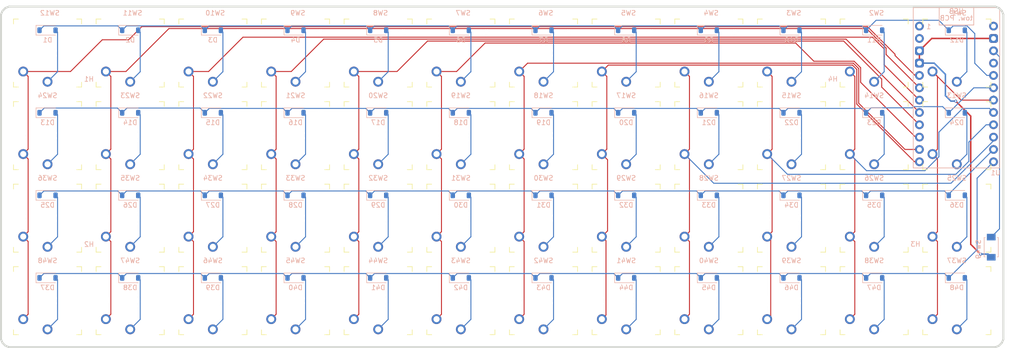
<source format=kicad_pcb>
(kicad_pcb (version 20241229) (generator "pcbnew") (generator_version "9.0")
  (layers (0 "F.Cu" signal) (2 "B.Cu" signal) (13 "F.Paste" user) (15 "B.Paste" user) (5 "F.SilkS" user "F.Silkscreen") (7 "B.SilkS" user "B.Silkscreen") (1 "F.Mask" user) (3 "B.Mask" user) (25 "Edge.Cuts" user))
  (net 0 "")
  (net 1 "Net-(D1-A)")
  (net 2 "row0")
  (net 3 "Net-(D2-A)")
  (net 4 "Net-(D3-A)")
  (net 5 "Net-(D4-A)")
  (net 6 "Net-(D5-A)")
  (net 7 "Net-(D6-A)")
  (net 8 "Net-(D7-A)")
  (net 9 "row1")
  (net 10 "Net-(D8-A)")
  (net 11 "Net-(D9-A)")
  (net 12 "Net-(D10-A)")
  (net 13 "Net-(D11-A)")
  (net 14 "Net-(D12-A)")
  (net 15 "row2")
  (net 16 "Net-(D13-A)")
  (net 17 "Net-(D14-A)")
  (net 18 "row3")
  (net 19 "Net-(D15-A)")
  (net 20 "Net-(D16-A)")
  (net 21 "Net-(D17-A)")
  (net 22 "Net-(D18-A)")
  (net 23 "Net-(D19-A)")
  (net 24 "Net-(D20-A)")
  (net 25 "Net-(D21-A)")
  (net 26 "Net-(D22-A)")
  (net 27 "Net-(D23-A)")
  (net 28 "Net-(D24-A)")
  (net 29 "col0")
  (net 30 "col1")
  (net 31 "col2")
  (net 32 "col3")
  (net 33 "col4")
  (net 34 "col5")
  (net 35 "Net-(D25-A)")
  (net 36 "Net-(D26-A)")
  (net 37 "Net-(D27-A)")
  (net 38 "Net-(D28-A)")
  (net 39 "Net-(D29-A)")
  (net 40 "Net-(D30-A)")
  (net 41 "Net-(D31-A)")
  (net 42 "Net-(D32-A)")
  (net 43 "Net-(D33-A)")
  (net 44 "Net-(D34-A)")
  (net 45 "Net-(D35-A)")
  (net 46 "Net-(D36-A)")
  (net 47 "Net-(D37-A)")
  (net 48 "Net-(D38-A)")
  (net 49 "Net-(D39-A)")
  (net 50 "Net-(D40-A)")
  (net 51 "Net-(D41-A)")
  (net 52 "Net-(D42-A)")
  (net 53 "Net-(D43-A)")
  (net 54 "Net-(D44-A)")
  (net 55 "Net-(D45-A)")
  (net 56 "Net-(D46-A)")
  (net 57 "Net-(D47-A)")
  (net 58 "Net-(D48-A)")
  (net 59 "col6")
  (net 60 "col7")
  (net 61 "col8")
  (net 62 "col9")
  (net 63 "col10")
  (net 64 "col11")
  (net 68 "Net-(SW49-A)")
  (net 70 "GND")
  (footprint "keyswitches:SW_PG1350" (layer "F.Cu") (at 153 51)
    (property "Reference" "SW20")
    (property "Value" "SW_SPST")
  )
  (footprint "MountingHole:MountingHole_2.2mm_M2" (layer "F.Cu") (at 212.5 76.5)
    (property "Reference" "H3")
    (property "Value" "MountingHole")
  )
  (footprint "keyswitches:SW_PG1350" (layer "F.Cu") (at 153 68)
    (property "Reference" "SW32")
    (property "Value" "SW_SPST")
  )
  (footprint "keyswitches:SW_PG1350" (layer "F.Cu") (at 204 34)
    (property "Reference" "SW11")
    (property "Value" "SW_SPST")
  )
  (footprint "keyswitches:SW_PG1350" (layer "F.Cu") (at 68 85)
    (property "Reference" "SW39")
    (property "Value" "SW_SPST")
  )
  (footprint "keyswitches:SW_PG1350" (layer "F.Cu") (at 119 34)
    (property "Reference" "SW6")
    (property "Value" "SW_SPST")
  )
  (footprint "keyswitches:SW_PG1350" (layer "F.Cu") (at 136 68)
    (property "Reference" "SW31")
    (property "Value" "SW_SPST")
  )
  (footprint "MountingHole:MountingHole_2.2mm_M2" (layer "F.Cu") (at 195.5 42.5)
    (property "Reference" "H4")
    (property "Value" "MountingHole")
  )
  (footprint "keyswitches:SW_PG1350" (layer "F.Cu") (at 51 68)
    (property "Reference" "SW26")
    (property "Value" "SW_SPST")
  )
  (footprint "keyswitches:SW_PG1350" (layer "F.Cu") (at 170 68)
    (property "Reference" "SW33")
    (property "Value" "SW_SPST")
  )
  (footprint "keyswitches:SW_PG1350" (layer "F.Cu") (at 153 85)
    (property "Reference" "SW44")
    (property "Value" "SW_SPST")
  )
  (footprint "keyswitches:SW_PG1350" (layer "F.Cu") (at 187 68)
    (property "Reference" "SW34")
    (property "Value" "SW_SPST")
  )
  (footprint "keyswitches:SW_PG1350" (layer "F.Cu") (at 119 51)
    (property "Reference" "SW18")
    (property "Value" "SW_SPST")
  )
  (footprint "keyswitches:SW_PG1350" (layer "F.Cu") (at 204 68)
    (property "Reference" "SW35")
    (property "Value" "SW_SPST")
  )
  (footprint "keyswitches:SW_PG1350" (layer "F.Cu") (at 102 51)
    (property "Reference" "SW17")
    (property "Value" "SW_SPST")
  )
  (footprint "keyswitches:SW_PG1350" (layer "F.Cu") (at 170 85)
    (property "Reference" "SW45")
    (property "Value" "SW_SPST")
  )
  (footprint "keyswitches:SW_PG1350" (layer "F.Cu") (at 221 51)
    (property "Reference" "SW24")
    (property "Value" "SW_SPST")
  )
  (footprint "keyswitches:SW_PG1350" (layer "F.Cu") (at 221 68)
    (property "Reference" "SW36")
    (property "Value" "SW_SPST")
  )
  (footprint "keyswitches:SW_PG1350" (layer "F.Cu") (at 187 51)
    (property "Reference" "SW22")
    (property "Value" "SW_SPST")
  )
  (footprint "keyswitches:SW_PG1350" (layer "F.Cu") (at 170 51)
    (property "Reference" "SW21")
    (property "Value" "SW_SPST")
  )
  (footprint "keyswitches:SW_PG1350" (layer "F.Cu") (at 85 85)
    (property "Reference" "SW40")
    (property "Value" "SW_SPST")
  )
  (footprint "keyswitches:SW_PG1350" (layer "F.Cu") (at 170 34)
    (property "Reference" "SW9")
    (property "Value" "SW_SPST")
  )
  (footprint "keyswitches:SW_PG1350" (layer "F.Cu") (at 221 85)
    (property "Reference" "SW48")
    (property "Value" "SW_SPST")
  )
  (footprint "MountingHole:MountingHole_2.2mm_M2" (layer "F.Cu") (at 42.5375 76.5375)
    (property "Reference" "H2")
    (property "Value" "MountingHole")
  )
  (footprint "keyswitches:SW_PG1350" (layer "F.Cu") (at 85 68)
    (property "Reference" "SW28")
    (property "Value" "SW_SPST")
  )
  (footprint "keyswitches:SW_PG1350" (layer "F.Cu") (at 68 68)
    (property "Reference" "SW27")
    (property "Value" "SW_SPST")
  )
  (footprint "keyswitches:SW_PG1350" (layer "F.Cu") (at 204 51)
    (property "Reference" "SW23")
    (property "Value" "SW_SPST")
  )
  (footprint "keyswitches:SW_PG1350" (layer "F.Cu") (at 51 85)
    (property "Reference" "SW38")
    (property "Value" "SW_SPST")
  )
  (footprint "keyswitches:SW_PG1350" (layer "F.Cu") (at 136 85)
    (property "Reference" "SW43")
    (property "Value" "SW_SPST")
  )
  (footprint "keyswitches:SW_PG1350" (layer "F.Cu") (at 119 85)
    (property "Reference" "SW42")
    (property "Value" "SW_SPST")
  )
  (footprint "keyswitches:SW_PG1350" (layer "F.Cu") (at 34 34)
    (property "Reference" "SW1")
    (property "Value" "SW_SPST")
  )
  (footprint "keyswitches:SW_PG1350" (layer "F.Cu") (at 34 51)
    (property "Reference" "SW13")
    (property "Value" "SW_SPST")
  )
  (footprint "MountingHole:MountingHole_2.2mm_M2" (layer "F.Cu") (at 42.5125 42.5125)
    (property "Reference" "H1")
    (property "Value" "MountingHole")
  )
  (footprint "keyswitches:SW_PG1350" (layer "F.Cu") (at 153 34)
    (property "Reference" "SW8")
    (property "Value" "SW_SPST")
  )
  (footprint "keyswitches:SW_PG1350" (layer "F.Cu") (at 85 34)
    (property "Reference" "SW4")
    (property "Value" "SW_SPST")
  )
  (footprint "keyswitches:SW_PG1350" (layer "F.Cu") (at 102 85)
    (property "Reference" "SW41")
    (property "Value" "SW_SPST")
  )
  (footprint "keyswitches:SW_PG1350" (layer "F.Cu") (at 51 51)
    (property "Reference" "SW14")
    (property "Value" "SW_SPST")
  )
  (footprint "keyswitches:SW_PG1350" (layer "F.Cu") (at 68 51)
    (property "Reference" "SW15")
    (property "Value" "SW_SPST")
  )
  (footprint "keyswitches:SW_PG1350" (layer "F.Cu") (at 102 68)
    (property "Reference" "SW29")
    (property "Value" "SW_SPST")
  )
  (footprint "keyswitches:SW_PG1350" (layer "F.Cu") (at 221 34)
    (property "Reference" "SW12")
    (property "Value" "SW_SPST")
  )
  (footprint "keyswitches:SW_PG1350" (layer "F.Cu") (at 136 51)
    (property "Reference" "SW19")
    (property "Value" "SW_SPST")
  )
  (footprint "keyswitches:SW_PG1350" (layer "F.Cu") (at 34 85)
    (property "Reference" "SW37")
    (property "Value" "SW_SPST")
  )
  (footprint "keyswitches:SW_PG1350" (layer "F.Cu") (at 51 34)
    (property "Reference" "SW2")
    (property "Value" "SW_SPST")
  )
  (footprint "keyswitches:SW_PG1350" (layer "F.Cu") (at 119 68)
    (property "Reference" "SW30")
    (property "Value" "SW_SPST")
  )
  (footprint "keyswitches:SW_PG1350" (layer "F.Cu") (at 204 85)
    (property "Reference" "SW47")
    (property "Value" "SW_SPST")
  )
  (footprint "keyswitches:SW_PG1350" (layer "F.Cu") (at 102 34)
    (property "Reference" "SW5")
    (property "Value" "SW_SPST")
  )
  (footprint "keyswitches:SW_PG1350" (layer "F.Cu") (at 187 34)
    (property "Reference" "SW10")
    (property "Value" "SW_SPST")
  )
  (footprint "keyswitches:SW_PG1350" (layer "F.Cu") (at 34 68)
    (property "Reference" "SW25")
    (property "Value" "SW_SPST")
  )
  (footprint "keyswitches:SW_PG1350" (layer "F.Cu") (at 85 51)
    (property "Reference" "SW16")
    (property "Value" "SW_SPST")
  )
  (footprint "keyswitches:SW_PG1350" (layer "F.Cu") (at 68 34)
    (property "Reference" "SW3")
    (property "Value" "SW_SPST")
  )
  (footprint "keyswitches:SW_PG1350" (layer "F.Cu") (at 136 34)
    (property "Reference" "SW7")
    (property "Value" "SW_SPST")
  )
  (footprint "keyswitches:SW_PG1350" (layer "F.Cu") (at 187 85)
    (property "Reference" "SW46")
    (property "Value" "SW_SPST")
  )
  (footprint "Diode_SMD:D_SOD-123" (layer "B.Cu") (at 85 80.3)
    (property "Reference" "D40")
    (property "Value" "1N4148")
  )
  (footprint "Diode_SMD:D_SOD-123" (layer "B.Cu") (at 136 46.3)
    (property "Reference" "D19")
    (property "Value" "1N4148")
  )
  (footprint "Diode_SMD:D_SOD-123" (layer "B.Cu") (at 51 46.3)
    (property "Reference" "D14")
    (property "Value" "1N4148")
  )
  (footprint "Diode_SMD:D_SOD-123" (layer "B.Cu") (at 136 29.3)
    (property "Reference" "D7")
    (property "Value" "1N4148")
  )
  (footprint "Diode_SMD:D_SOD-123" (layer "B.Cu") (at 119 29.3)
    (property "Reference" "D6")
    (property "Value" "1N4148")
  )
  (footprint "Diode_SMD:D_SOD-123" (layer "B.Cu") (at 204 29.3)
    (property "Reference" "D11")
    (property "Value" "1N4148")
  )
  (footprint "Diode_SMD:D_SOD-123" (layer "B.Cu") (at 170 80.3)
    (property "Reference" "D45")
    (property "Value" "1N4148")
  )
  (footprint "Diode_SMD:D_SOD-123" (layer "B.Cu") (at 187 80.3)
    (property "Reference" "D46")
    (property "Value" "1N4148")
  )
  (footprint "Diode_SMD:D_SOD-123" (layer "B.Cu") (at 119 46.3)
    (property "Reference" "D18")
    (property "Value" "1N4148")
  )
  (footprint "Diode_SMD:D_SOD-123" (layer "B.Cu") (at 51 80.3)
    (property "Reference" "D38")
    (property "Value" "1N4148")
  )
  (footprint "PCM_marbastlib-xp-promicroish:SuperMini_nRF52840_H_USBdn" (layer "B.Cu") (at 220.93 42.42 180)
    (property "Reference" "U1")
    (property "Value" "SuperMini nRF52840")
  )
  (footprint "Diode_SMD:D_SOD-123" (layer "B.Cu") (at 221 29.3)
    (property "Reference" "D12")
    (property "Value" "1N4148")
  )
  (footprint "Diode_SMD:D_SOD-123" (layer "B.Cu") (at 204 46.3)
    (property "Reference" "D23")
    (property "Value" "1N4148")
  )
  (footprint "TS-1088-AR02016:SW_TS-1088-AR02016" (layer "B.Cu") (at 228.075 73.975 -90)
    (property "Reference" "SW49")
    (property "Value" "SW_SPST")
  )
  (footprint "Diode_SMD:D_SOD-123" (layer "B.Cu") (at 187 29.3)
    (property "Reference" "D10")
    (property "Value" "1N4148")
  )
  (footprint "Diode_SMD:D_SOD-123" (layer "B.Cu") (at 221 46.3)
    (property "Reference" "D24")
    (property "Value" "1N4148")
  )
  (footprint "Diode_SMD:D_SOD-123" (layer "B.Cu") (at 136 80.3)
    (property "Reference" "D43")
    (property "Value" "1N4148")
  )
  (footprint "Diode_SMD:D_SOD-123" (layer "B.Cu") (at 221 80.3)
    (property "Reference" "D48")
    (property "Value" "1N4148")
  )
  (footprint "Diode_SMD:D_SOD-123" (layer "B.Cu") (at 153 63.3)
    (property "Reference" "D32")
    (property "Value" "1N4148")
  )
  (footprint "Diode_SMD:D_SOD-123" (layer "B.Cu") (at 221 63.3)
    (property "Reference" "D36")
    (property "Value" "1N4148")
  )
  (footprint "Diode_SMD:D_SOD-123" (layer "B.Cu") (at 204 80.3)
    (property "Reference" "D47")
    (property "Value" "1N4148")
  )
  (footprint "Diode_SMD:D_SOD-123" (layer "B.Cu") (at 51 29.3)
    (property "Reference" "D2")
    (property "Value" "1N4148")
  )
  (footprint "Diode_SMD:D_SOD-123" (layer "B.Cu") (at 102 80.3)
    (property "Reference" "D41")
    (property "Value" "1N4148")
  )
  (footprint "Diode_SMD:D_SOD-123" (layer "B.Cu") (at 187 46.3)
    (property "Reference" "D22")
    (property "Value" "1N4148")
  )
  (footprint "Diode_SMD:D_SOD-123" (layer "B.Cu") (at 68 46.3)
    (property "Reference" "D15")
    (property "Value" "1N4148")
  )
  (footprint "Diode_SMD:D_SOD-123" (layer "B.Cu") (at 68 29.3)
    (property "Reference" "D3")
    (property "Value" "1N4148")
  )
  (footprint "Diode_SMD:D_SOD-123" (layer "B.Cu") (at 34 46.3)
    (property "Reference" "D13")
    (property "Value" "1N4148")
  )
  (footprint "Diode_SMD:D_SOD-123" (layer "B.Cu") (at 153 46.3)
    (property "Reference" "D20")
    (property "Value" "1N4148")
  )
  (footprint "Diode_SMD:D_SOD-123" (layer "B.Cu") (at 34 29.3)
    (property "Reference" "D1")
    (property "Value" "1N4148")
  )
  (footprint "Diode_SMD:D_SOD-123" (layer "B.Cu") (at 102 63.3)
    (property "Reference" "D29")
    (property "Value" "1N4148")
  )
  (footprint "Diode_SMD:D_SOD-123" (layer "B.Cu") (at 102 46.3)
    (property "Reference" "D17")
    (property "Value" "1N4148")
  )
  (footprint "Diode_SMD:D_SOD-123" (layer "B.Cu") (at 85 46.3)
    (property "Reference" "D16")
    (property "Value" "1N4148")
  )
  (footprint "Diode_SMD:D_SOD-123" (layer "B.Cu") (at 153 80.3)
    (property "Reference" "D44")
    (property "Value" "1N4148")
  )
  (footprint "Diode_SMD:D_SOD-123" (layer "B.Cu") (at 170 29.3)
    (property "Reference" "D9")
    (property "Value" "1N4148")
  )
  (footprint "Diode_SMD:D_SOD-123" (layer "B.Cu") (at 34 80.3)
    (property "Reference" "D37")
    (property "Value" "1N4148")
  )
  (footprint "Diode_SMD:D_SOD-123" (layer "B.Cu") (at 34 63.3)
    (property "Reference" "D25")
    (property "Value" "1N4148")
  )
  (footprint "Diode_SMD:D_SOD-123" (layer "B.Cu") (at 85 29.3)
    (property "Reference" "D4")
    (property "Value" "1N4148")
  )
  (footprint "Diode_SMD:D_SOD-123" (layer "B.Cu") (at 136 63.3)
    (property "Reference" "D31")
    (property "Value" "1N4148")
  )
  (footprint "Diode_SMD:D_SOD-123" (layer "B.Cu") (at 170 63.3)
    (property "Reference" "D33")
    (property "Value" "1N4148")
  )
  (footprint "Diode_SMD:D_SOD-123" (layer "B.Cu") (at 51 63.3)
    (property "Reference" "D26")
    (property "Value" "1N4148")
  )
  (footprint "Diode_SMD:D_SOD-123" (layer "B.Cu") (at 153 29.3)
    (property "Reference" "D8")
    (property "Value" "1N4148")
  )
  (footprint "Diode_SMD:D_SOD-123" (layer "B.Cu") (at 119 80.3)
    (property "Reference" "D42")
    (property "Value" "1N4148")
  )
  (footprint "Diode_SMD:D_SOD-123" (layer "B.Cu") (at 68 63.3)
    (property "Reference" "D27")
    (property "Value" "1N4148")
  )
  (footprint "Diode_SMD:D_SOD-123" (layer "B.Cu") (at 204 63.3)
    (property "Reference" "D35")
    (property "Value" "1N4148")
  )
  (footprint "Diode_SMD:D_SOD-123" (layer "B.Cu") (at 85 63.3)
    (property "Reference" "D28")
    (property "Value" "1N4148")
  )
  (footprint "Diode_SMD:D_SOD-123" (layer "B.Cu") (at 68 80.3)
    (property "Reference" "D39")
    (property "Value" "1N4148")
  )
  (footprint "Diode_SMD:D_SOD-123" (layer "B.Cu") (at 119 63.3)
    (property "Reference" "D30")
    (property "Value" "1N4148")
  )
  (footprint "Diode_SMD:D_SOD-123" (layer "B.Cu") (at 102 29.3)
    (property "Reference" "D5")
    (property "Value" "1N4148")
  )
  (footprint "Diode_SMD:D_SOD-123" (layer "B.Cu") (at 170 46.3)
    (property "Reference" "D21")
    (property "Value" "1N4148")
  )
  (footprint "Diode_SMD:D_SOD-123" (layer "B.Cu") (at 187 63.3)
    (property "Reference" "D34")
    (property "Value" "1N4148")
  )
  (gr_line (start 25.336025 94.270518) (end 24.729482 93.663975) (stroke (width 0.4)) (layer "Edge.Cuts"))
  (gr_line (start 229.663975 94.270518) (end 228.928891 94.575) (stroke (width 0.4)) (layer "Edge.Cuts"))
  (gr_line (start 26.071109 24.425) (end 228.928891 24.425) (stroke (width 0.4)) (layer "Edge.Cuts"))
  (gr_line (start 230.575 26.071109) (end 230.575 92.928891) (stroke (width 0.4)) (layer "Edge.Cuts"))
  (gr_line (start 230.270518 93.663975) (end 229.663975 94.270518) (stroke (width 0.4)) (layer "Edge.Cuts"))
  (gr_line (start 229.663975 24.729482) (end 230.270518 25.336025) (stroke (width 0.4)) (layer "Edge.Cuts"))
  (gr_line (start 230.575 92.928891) (end 230.270518 93.663975) (stroke (width 0.4)) (layer "Edge.Cuts"))
  (gr_line (start 228.928891 24.425) (end 229.663975 24.729482) (stroke (width 0.4)) (layer "Edge.Cuts"))
  (gr_line (start 24.729482 25.336025) (end 25.336025 24.729482) (stroke (width 0.4)) (layer "Edge.Cuts"))
  (gr_line (start 228.928891 94.575) (end 26.071109 94.575) (stroke (width 0.4)) (layer "Edge.Cuts"))
  (gr_line (start 24.425 92.928891) (end 24.425 26.071109) (stroke (width 0.4)) (layer "Edge.Cuts"))
  (gr_line (start 230.270518 25.336025) (end 230.575 26.071109) (stroke (width 0.4)) (layer "Edge.Cuts"))
  (gr_line (start 24.425 26.071109) (end 24.729482 25.336025) (stroke (width 0.4)) (layer "Edge.Cuts"))
  (gr_line (start 25.336025 24.729482) (end 26.071109 24.425) (stroke (width 0.4)) (layer "Edge.Cuts"))
  (gr_line (start 26.071109 94.575) (end 25.336025 94.270518) (stroke (width 0.4)) (layer "Edge.Cuts"))
  (gr_line (start 24.729482 93.663975) (end 24.425 92.928891) (stroke (width 0.4)) (layer "Edge.Cuts"))
  (segment (start 36.0655 29.7155) (end 35.65 29.3) (width 0.2) (layer "B.Cu") (net 1))
  (segment (start 36.0655 37.8345) (end 36.0655 29.7155) (width 0.2) (layer "B.Cu") (net 1))
  (segment (start 34 39.9) (end 36.0655 37.8345) (width 0.2) (layer "B.Cu") (net 1))
  (segment (start 65.449 28.399) (end 50.251 28.399) (width 0.2) (layer "B.Cu") (net 2))
  (segment (start 202.35 29.3) (end 204.401 27.249) (width 0.2) (layer "B.Cu") (net 2))
  (segment (start 48.449 28.399) (end 33.251 28.399) (width 0.2) (layer "B.Cu") (net 2))
  (segment (start 66.35 29.3) (end 65.449 28.399) (width 0.2) (layer "B.Cu") (net 2))
  (segment (start 184.449 28.399) (end 169.251 28.399) (width 0.2) (layer "B.Cu") (net 2))
  (segment (start 67.251 28.399) (end 66.35 29.3) (width 0.2) (layer "B.Cu") (net 2))
  (segment (start 99.449 28.399) (end 84.251 28.399) (width 0.2) (layer "B.Cu") (net 2))
  (segment (start 82.449 28.399) (end 67.251 28.399) (width 0.2) (layer "B.Cu") (net 2))
  (segment (start 50.251 28.399) (end 49.35 29.3) (width 0.2) (layer "B.Cu") (net 2))
  (segment (start 118.251 28.399) (end 117.35 29.3) (width 0.2) (layer "B.Cu") (net 2))
  (segment (start 101.251 28.399) (end 100.35 29.3) (width 0.2) (layer "B.Cu") (net 2))
  (segment (start 201.449 28.399) (end 186.251 28.399) (width 0.2) (layer "B.Cu") (net 2))
  (segment (start 134.35 29.3) (end 133.449 28.399) (width 0.2) (layer "B.Cu") (net 2))
  (segment (start 168.35 29.3) (end 167.449 28.399) (width 0.2) (layer "B.Cu") (net 2))
  (segment (start 202.35 29.3) (end 201.449 28.399) (width 0.2) (layer "B.Cu") (net 2))
  (segment (start 49.35 29.3) (end 48.449 28.399) (width 0.2) (layer "B.Cu") (net 2))
  (segment (start 84.251 28.399) (end 83.35 29.3) (width 0.2) (layer "B.Cu") (net 2))
  (segment (start 133.449 28.399) (end 118.251 28.399) (width 0.2) (layer "B.Cu") (net 2))
  (segment (start 135.251 28.399) (end 134.35 29.3) (width 0.2) (layer "B.Cu") (net 2))
  (segment (start 150.449 28.399) (end 135.251 28.399) (width 0.2) (layer "B.Cu") (net 2))
  (segment (start 100.35 29.3) (end 99.449 28.399) (width 0.2) (layer "B.Cu") (net 2))
  (segment (start 83.35 29.3) (end 82.449 28.399) (width 0.2) (layer "B.Cu") (net 2))
  (segment (start 223.09911 28.399) (end 220.251 28.399) (width 0.2) (layer "B.Cu") (net 2))
  (segment (start 186.251 28.399) (end 185.35 29.3) (width 0.2) (layer "B.Cu") (net 2))
  (segment (start 220.251 28.399) (end 219.35 29.3) (width 0.2) (layer "B.Cu") (net 2))
  (segment (start 185.35 29.3) (end 184.449 28.399) (width 0.2) (layer "B.Cu") (net 2))
  (segment (start 169.251 28.399) (end 168.35 29.3) (width 0.2) (layer "B.Cu") (net 2))
  (segment (start 33.251 28.399) (end 32.35 29.3) (width 0.2) (layer "B.Cu") (net 2))
  (segment (start 151.35 29.3) (end 150.449 28.399) (width 0.2) (layer "B.Cu") (net 2))
  (segment (start 117.35 29.3) (end 116.449 28.399) (width 0.2) (layer "B.Cu") (net 2))
  (segment (start 224.69 36.105) (end 227.195 38.61) (width 0.2) (layer "B.Cu") (net 2))
  (segment (start 167.449 28.399) (end 152.251 28.399) (width 0.2) (layer "B.Cu") (net 2))
  (segment (start 227.195 38.61) (end 228.55 38.61) (width 0.2) (layer "B.Cu") (net 2))
  (segment (start 224.69 29.98989) (end 223.09911 28.399) (width 0.2) (layer "B.Cu") (net 2))
  (segment (start 204.401 27.249) (end 217.299 27.249) (width 0.2) (layer "B.Cu") (net 2))
  (segment (start 116.449 28.399) (end 101.251 28.399) (width 0.2) (layer "B.Cu") (net 2))
  (segment (start 217.299 27.249) (end 219.35 29.3) (width 0.2) (layer "B.Cu") (net 2))
  (segment (start 152.251 28.399) (end 151.35 29.3) (width 0.2) (layer "B.Cu") (net 2))
  (segment (start 224.69 36.105) (end 224.69 29.98989) (width 0.2) (layer "B.Cu") (net 2))
  (segment (start 53.0655 29.7155) (end 52.65 29.3) (width 0.2) (layer "B.Cu") (net 3))
  (segment (start 53.0655 37.8345) (end 53.0655 29.7155) (width 0.2) (layer "B.Cu") (net 3))
  (segment (start 51 39.9) (end 53.0655 37.8345) (width 0.2) (layer "B.Cu") (net 3))
  (segment (start 70.0655 37.8345) (end 70.0655 29.7155) (width 0.2) (layer "B.Cu") (net 4))
  (segment (start 70.0655 29.7155) (end 69.65 29.3) (width 0.2) (layer "B.Cu") (net 4))
  (segment (start 68 39.9) (end 70.0655 37.8345) (width 0.2) (layer "B.Cu") (net 4))
  (segment (start 87.0655 37.8345) (end 87.0655 29.7155) (width 0.2) (layer "B.Cu") (net 5))
  (segment (start 87.0655 29.7155) (end 86.65 29.3) (width 0.2) (layer "B.Cu") (net 5))
  (segment (start 85 39.9) (end 87.0655 37.8345) (width 0.2) (layer "B.Cu") (net 5))
  (segment (start 104.0655 37.8345) (end 104.0655 29.7155) (width 0.2) (layer "B.Cu") (net 6))
  (segment (start 102 39.9) (end 104.0655 37.8345) (width 0.2) (layer "B.Cu") (net 6))
  (segment (start 104.0655 29.7155) (end 103.65 29.3) (width 0.2) (layer "B.Cu") (net 6))
  (segment (start 121.0655 37.8345) (end 121.0655 29.7155) (width 0.2) (layer "B.Cu") (net 7))
  (segment (start 119 39.9) (end 121.0655 37.8345) (width 0.2) (layer "B.Cu") (net 7))
  (segment (start 121.0655 29.7155) (end 120.65 29.3) (width 0.2) (layer "B.Cu") (net 7))
  (segment (start 136 39.9) (end 138.0655 37.8345) (width 0.2) (layer "B.Cu") (net 8))
  (segment (start 138.0655 29.7155) (end 137.65 29.3) (width 0.2) (layer "B.Cu") (net 8))
  (segment (start 138.0655 37.8345) (end 138.0655 29.7155) (width 0.2) (layer "B.Cu") (net 8))
  (segment (start 49.35 46.3) (end 50.325 45.325) (width 0.2) (layer "B.Cu") (net 9))
  (segment (start 168.35 46.3) (end 169.251 45.399) (width 0.2) (layer "B.Cu") (net 9))
  (segment (start 133.449 45.399) (end 134.35 46.3) (width 0.2) (layer "B.Cu") (net 9))
  (segment (start 50.325 45.325) (end 65.375 45.325) (width 0.2) (layer "B.Cu") (net 9))
  (segment (start 152.251 45.399) (end 167.449 45.399) (width 0.2) (layer "B.Cu") (net 9))
  (segment (start 116.449 45.399) (end 117.35 46.3) (width 0.2) (layer "B.Cu") (net 9))
  (segment (start 83.35 46.3) (end 84.251 45.399) (width 0.2) (layer "B.Cu") (net 9))
  (segment (start 219.35 46.3) (end 218.079 45.029) (width 0.2) (layer "B.Cu") (net 9))
  (segment (start 184.449 45.399) (end 185.35 46.3) (width 0.2) (layer "B.Cu") (net 9))
  (segment (start 99.449 45.399) (end 100.35 46.3) (width 0.2) (layer "B.Cu") (net 9))
  (segment (start 228.55 41.15) (end 224.5 41.15) (width 0.2) (layer "B.Cu") (net 9))
  (segment (start 66.35 46.3) (end 67.251 45.399) (width 0.2) (layer "B.Cu") (net 9))
  (segment (start 48.375 45.325) (end 49.35 46.3) (width 0.2) (layer "B.Cu") (net 9))
  (segment (start 167.449 45.399) (end 168.35 46.3) (width 0.2) (layer "B.Cu") (net 9))
  (segment (start 32.35 46.3) (end 33.325 45.325) (width 0.2) (layer "B.Cu") (net 9))
  (segment (start 212.087529 45.029) (end 211.841529 45.275) (width 0.2) (layer "B.Cu") (net 9))
  (segment (start 82.449 45.399) (end 83.35 46.3) (width 0.2) (layer "B.Cu") (net 9))
  (segment (start 185.35 46.3) (end 186.251 45.399) (width 0.2) (layer "B.Cu") (net 9))
  (segment (start 65.375 45.325) (end 66.35 46.3) (width 0.2) (layer "B.Cu") (net 9))
  (segment (start 101.251 45.399) (end 116.449 45.399) (width 0.2) (layer "B.Cu") (net 9))
  (segment (start 203.375 45.275) (end 211.841529 45.275) (width 0.2) (layer "B.Cu") (net 9))
  (segment (start 100.35 46.3) (end 101.251 45.399) (width 0.2) (layer "B.Cu") (net 9))
  (segment (start 33.325 45.325) (end 48.375 45.325) (width 0.2) (layer "B.Cu") (net 9))
  (segment (start 84.251 45.399) (end 99.449 45.399) (width 0.2) (layer "B.Cu") (net 9))
  (segment (start 224.5 41.15) (end 219.35 46.3) (width 0.2) (layer "B.Cu") (net 9))
  (segment (start 134.35 46.3) (end 135.251 45.399) (width 0.2) (layer "B.Cu") (net 9))
  (segment (start 202.35 46.3) (end 203.375 45.275) (width 0.2) (layer "B.Cu") (net 9))
  (segment (start 218.079 45.029) (end 212.087529 45.029) (width 0.2) (layer "B.Cu") (net 9))
  (segment (start 169.251 45.399) (end 184.449 45.399) (width 0.2) (layer "B.Cu") (net 9))
  (segment (start 117.35 46.3) (end 118.251 45.399) (width 0.2) (layer "B.Cu") (net 9))
  (segment (start 135.251 45.399) (end 150.449 45.399) (width 0.2) (layer "B.Cu") (net 9))
  (segment (start 151.35 46.3) (end 152.251 45.399) (width 0.2) (layer "B.Cu") (net 9))
  (segment (start 201.449 45.399) (end 202.35 46.3) (width 0.2) (layer "B.Cu") (net 9))
  (segment (start 67.251 45.399) (end 82.449 45.399) (width 0.2) (layer "B.Cu") (net 9))
  (segment (start 186.251 45.399) (end 201.449 45.399) (width 0.2) (layer "B.Cu") (net 9))
  (segment (start 118.251 45.399) (end 133.449 45.399) (width 0.2) (layer "B.Cu") (net 9))
  (segment (start 150.449 45.399) (end 151.35 46.3) (width 0.2) (layer "B.Cu") (net 9))
  (segment (start 155.0655 37.8345) (end 155.0655 29.7155) (width 0.2) (layer "B.Cu") (net 10))
  (segment (start 153 39.9) (end 155.0655 37.8345) (width 0.2) (layer "B.Cu") (net 10))
  (segment (start 155.0655 29.7155) (end 154.65 29.3) (width 0.2) (layer "B.Cu") (net 10))
  (segment (start 172.0655 37.8345) (end 172.0655 29.7155) (width 0.2) (layer "B.Cu") (net 11))
  (segment (start 172.0655 29.7155) (end 171.65 29.3) (width 0.2) (layer "B.Cu") (net 11))
  (segment (start 170 39.9) (end 172.0655 37.8345) (width 0.2) (layer "B.Cu") (net 11))
  (segment (start 189.0655 29.7155) (end 188.65 29.3) (width 0.2) (layer "B.Cu") (net 12))
  (segment (start 187 39.9) (end 189.0655 37.8345) (width 0.2) (layer "B.Cu") (net 12))
  (segment (start 189.0655 37.8345) (end 189.0655 29.7155) (width 0.2) (layer "B.Cu") (net 12))
  (segment (start 206.0655 37.8345) (end 206.0655 29.7155) (width 0.2) (layer "B.Cu") (net 13))
  (segment (start 204 39.9) (end 206.0655 37.8345) (width 0.2) (layer "B.Cu") (net 13))
  (segment (start 206.0655 29.7155) (end 205.65 29.3) (width 0.2) (layer "B.Cu") (net 13))
  (segment (start 221 39.9) (end 223.0655 37.8345) (width 0.2) (layer "B.Cu") (net 14))
  (segment (start 223.0655 37.8345) (end 223.0655 29.7155) (width 0.2) (layer "B.Cu") (net 14))
  (segment (start 223.0655 29.7155) (end 222.65 29.3) (width 0.2) (layer "B.Cu") (net 14))
  (segment (start 150.449 62.399) (end 135.251 62.399) (width 0.2) (layer "B.Cu") (net 15))
  (segment (start 116.449 62.399) (end 101.251 62.399) (width 0.2) (layer "B.Cu") (net 15))
  (segment (start 100.35 63.3) (end 99.449 62.399) (width 0.2) (layer "B.Cu") (net 15))
  (segment (start 134.35 63.3) (end 133.449 62.399) (width 0.2) (layer "B.Cu") (net 15))
  (segment (start 201.449 62.399) (end 186.251 62.399) (width 0.2) (layer "B.Cu") (net 15))
  (segment (start 84.251 62.399) (end 83.35 63.3) (width 0.2) (layer "B.Cu") (net 15))
  (segment (start 50.251 62.399) (end 49.35 63.3) (width 0.2) (layer "B.Cu") (net 15))
  (segment (start 185.35 63.3) (end 184.449 62.399) (width 0.2) (layer "B.Cu") (net 15))
  (segment (start 152.251 62.399) (end 151.35 63.3) (width 0.2) (layer "B.Cu") (net 15))
  (segment (start 49.35 63.3) (end 48.449 62.399) (width 0.2) (layer "B.Cu") (net 15))
  (segment (start 82.449 62.399) (end 67.251 62.399) (width 0.2) (layer "B.Cu") (net 15))
  (segment (start 151.35 63.3) (end 150.449 62.399) (width 0.2) (layer "B.Cu") (net 15))
  (segment (start 83.35 63.3) (end 82.449 62.399) (width 0.2) (layer "B.Cu") (net 15))
  (segment (start 168.35 63.3) (end 167.449 62.399) (width 0.2) (layer "B.Cu") (net 15))
  (segment (start 99.449 62.399) (end 84.251 62.399) (width 0.2) (layer "B.Cu") (net 15))
  (segment (start 135.251 62.399) (end 134.35 63.3) (width 0.2) (layer "B.Cu") (net 15))
  (segment (start 219.35 63.3) (end 218.449 62.399) (width 0.2) (layer "B.Cu") (net 15))
  (segment (start 66.35 63.3) (end 65.449 62.399) (width 0.2) (layer "B.Cu") (net 15))
  (segment (start 228.55 53.85) (end 219.35 63.05) (width 0.2) (layer "B.Cu") (net 15))
  (segment (start 218.449 62.399) (end 203.251 62.399) (width 0.2) (layer "B.Cu") (net 15))
  (segment (start 117.35 63.3) (end 116.449 62.399) (width 0.2) (layer "B.Cu") (net 15))
  (segment (start 203.251 62.399) (end 202.35 63.3) (width 0.2) (layer "B.Cu") (net 15))
  (segment (start 186.251 62.399) (end 185.35 63.3) (width 0.2) (layer "B.Cu") (net 15))
  (segment (start 118.251 62.399) (end 117.35 63.3) (width 0.2) (layer "B.Cu") (net 15))
  (segment (start 219.35 63.05) (end 219.35 63.3) (width 0.2) (layer "B.Cu") (net 15))
  (segment (start 202.35 63.3) (end 201.449 62.399) (width 0.2) (layer "B.Cu") (net 15))
  (segment (start 184.449 62.399) (end 169.251 62.399) (width 0.2) (layer "B.Cu") (net 15))
  (segment (start 167.449 62.399) (end 152.251 62.399) (width 0.2) (layer "B.Cu") (net 15))
  (segment (start 169.251 62.399) (end 168.35 63.3) (width 0.2) (layer "B.Cu") (net 15))
  (segment (start 65.449 62.399) (end 50.251 62.399) (width 0.2) (layer "B.Cu") (net 15))
  (segment (start 33.251 62.399) (end 32.35 63.3) (width 0.2) (layer "B.Cu") (net 15))
  (segment (start 48.449 62.399) (end 33.251 62.399) (width 0.2) (layer "B.Cu") (net 15))
  (segment (start 133.449 62.399) (end 118.251 62.399) (width 0.2) (layer "B.Cu") (net 15))
  (segment (start 101.251 62.399) (end 100.35 63.3) (width 0.2) (layer "B.Cu") (net 15))
  (segment (start 67.251 62.399) (end 66.35 63.3) (width 0.2) (layer "B.Cu") (net 15))
  (segment (start 36.0655 54.8345) (end 36.0655 46.7155) (width 0.2) (layer "B.Cu") (net 16))
  (segment (start 36.0655 46.7155) (end 35.65 46.3) (width 0.2) (layer "B.Cu") (net 16))
  (segment (start 34 56.9) (end 36.0655 54.8345) (width 0.2) (layer "B.Cu") (net 16))
  (segment (start 53.0655 54.8345) (end 53.0655 46.7155) (width 0.2) (layer "B.Cu") (net 17))
  (segment (start 53.0655 46.7155) (end 52.65 46.3) (width 0.2) (layer "B.Cu") (net 17))
  (segment (start 51 56.9) (end 53.0655 54.8345) (width 0.2) (layer "B.Cu") (net 17))
  (segment (start 135.251 79.399) (end 150.449 79.399) (width 0.2) (layer "B.Cu") (net 18))
  (segment (start 185.35 80.3) (end 186.251 79.399) (width 0.2) (layer "B.Cu") (net 18))
  (segment (start 203.251 79.399) (end 218.449 79.399) (width 0.2) (layer "B.Cu") (net 18))
  (segment (start 101.251 79.399) (end 116.449 79.399) (width 0.2) (layer "B.Cu") (net 18))
  (segment (start 218.449 79.399) (end 219.35 80.3) (width 0.2) (layer "B.Cu") (net 18))
  (segment (start 201.449 79.399) (end 202.35 80.3) (width 0.2) (layer "B.Cu") (net 18))
  (segment (start 186.251 79.399) (end 201.449 79.399) (width 0.2) (layer "B.Cu") (net 18))
  (segment (start 49.35 80.3) (end 50.251 79.399) (width 0.2) (layer "B.Cu") (net 18))
  (segment (start 33.251 79.399) (end 48.449 79.399) (width 0.2) (layer "B.Cu") (net 18))
  (segment (start 67.251 79.399) (end 82.449 79.399) (width 0.2) (layer "B.Cu") (net 18))
  (segment (start 83.35 80.3) (end 84.251 79.399) (width 0.2) (layer "B.Cu") (net 18))
  (segment (start 225.175 74.475) (end 219.35 80.3) (width 0.2) (layer "B.Cu") (net 18))
  (segment (start 169.251 79.399) (end 184.449 79.399) (width 0.2) (layer "B.Cu") (net 18))
  (segment (start 32.35 80.3) (end 33.251 79.399) (width 0.2) (layer "B.Cu") (net 18))
  (segment (start 202.35 80.3) (end 203.251 79.399) (width 0.2) (layer "B.Cu") (net 18))
  (segment (start 82.449 79.399) (end 83.35 80.3) (width 0.2) (layer "B.Cu") (net 18))
  (segment (start 151.35 80.3) (end 152.251 79.399) (width 0.2) (layer "B.Cu") (net 18))
  (segment (start 66.35 80.3) (end 67.251 79.399) (width 0.2) (layer "B.Cu") (net 18))
  (segment (start 84.251 79.399) (end 99.449 79.399) (width 0.2) (layer "B.Cu") (net 18))
  (segment (start 133.449 79.399) (end 134.35 80.3) (width 0.2) (layer "B.Cu") (net 18))
  (segment (start 50.251 79.399) (end 65.449 79.399) (width 0.2) (layer "B.Cu") (net 18))
  (segment (start 116.449 79.399) (end 117.35 80.3) (width 0.2) (layer "B.Cu") (net 18))
  (segment (start 118.251 79.399) (end 133.449 79.399) (width 0.2) (layer "B.Cu") (net 18))
  (segment (start 225.175 59.765) (end 225.175 74.475) (width 0.2) (layer "B.Cu") (net 18))
  (segment (start 150.449 79.399) (end 151.35 80.3) (width 0.2) (layer "B.Cu") (net 18))
  (segment (start 65.449 79.399) (end 66.35 80.3) (width 0.2) (layer "B.Cu") (net 18))
  (segment (start 100.35 80.3) (end 101.251 79.399) (width 0.2) (layer "B.Cu") (net 18))
  (segment (start 228.55 56.39) (end 225.175 59.765) (width 0.2) (layer "B.Cu") (net 18))
  (segment (start 99.449 79.399) (end 100.35 80.3) (width 0.2) (layer "B.Cu") (net 18))
  (segment (start 117.35 80.3) (end 118.251 79.399) (width 0.2) (layer "B.Cu") (net 18))
  (segment (start 134.35 80.3) (end 135.251 79.399) (width 0.2) (layer "B.Cu") (net 18))
  (segment (start 152.251 79.399) (end 167.449 79.399) (width 0.2) (layer "B.Cu") (net 18))
  (segment (start 48.449 79.399) (end 49.35 80.3) (width 0.2) (layer "B.Cu") (net 18))
  (segment (start 184.449 79.399) (end 185.35 80.3) (width 0.2) (layer "B.Cu") (net 18))
  (segment (start 167.449 79.399) (end 168.35 80.3) (width 0.2) (layer "B.Cu") (net 18))
  (segment (start 168.35 80.3) (end 169.251 79.399) (width 0.2) (layer "B.Cu") (net 18))
  (segment (start 70.0655 46.7155) (end 69.65 46.3) (width 0.2) (layer "B.Cu") (net 19))
  (segment (start 68 56.9) (end 70.0655 54.8345) (width 0.2) (layer "B.Cu") (net 19))
  (segment (start 70.0655 54.8345) (end 70.0655 46.7155) (width 0.2) (layer "B.Cu") (net 19))
  (segment (start 85 56.9) (end 87.0655 54.8345) (width 0.2) (layer "B.Cu") (net 20))
  (segment (start 87.0655 46.7155) (end 86.65 46.3) (width 0.2) (layer "B.Cu") (net 20))
  (segment (start 87.0655 54.8345) (end 87.0655 46.7155) (width 0.2) (layer "B.Cu") (net 20))
  (segment (start 104.0655 54.8345) (end 104.0655 46.7155) (width 0.2) (layer "B.Cu") (net 21))
  (segment (start 104.0655 46.7155) (end 103.65 46.3) (width 0.2) (layer "B.Cu") (net 21))
  (segment (start 102 56.9) (end 104.0655 54.8345) (width 0.2) (layer "B.Cu") (net 21))
  (segment (start 119 56.9) (end 121.0655 54.8345) (width 0.2) (layer "B.Cu") (net 22))
  (segment (start 121.0655 54.8345) (end 121.0655 46.7155) (width 0.2) (layer "B.Cu") (net 22))
  (segment (start 121.0655 46.7155) (end 120.65 46.3) (width 0.2) (layer "B.Cu") (net 22))
  (segment (start 138.0655 46.7155) (end 137.65 46.3) (width 0.2) (layer "B.Cu") (net 23))
  (segment (start 138.0655 54.8345) (end 138.0655 46.7155) (width 0.2) (layer "B.Cu") (net 23))
  (segment (start 136 56.9) (end 138.0655 54.8345) (width 0.2) (layer "B.Cu") (net 23))
  (segment (start 155.0655 54.8345) (end 155.0655 46.7155) (width 0.2) (layer "B.Cu") (net 24))
  (segment (start 153 56.9) (end 155.0655 54.8345) (width 0.2) (layer "B.Cu") (net 24))
  (segment (start 155.0655 46.7155) (end 154.65 46.3) (width 0.2) (layer "B.Cu") (net 24))
  (segment (start 172.0655 46.7155) (end 171.65 46.3) (width 0.2) (layer "B.Cu") (net 25))
  (segment (start 170 56.9) (end 172.0655 54.8345) (width 0.2) (layer "B.Cu") (net 25))
  (segment (start 172.0655 54.8345) (end 172.0655 46.7155) (width 0.2) (layer "B.Cu") (net 25))
  (segment (start 189.0655 46.7155) (end 188.65 46.3) (width 0.2) (layer "B.Cu") (net 26))
  (segment (start 189.0655 54.8345) (end 189.0655 46.7155) (width 0.2) (layer "B.Cu") (net 26))
  (segment (start 187 56.9) (end 189.0655 54.8345) (width 0.2) (layer "B.Cu") (net 26))
  (segment (start 206.0655 54.8345) (end 206.0655 46.7155) (width 0.2) (layer "B.Cu") (net 27))
  (segment (start 206.0655 46.7155) (end 205.65 46.3) (width 0.2) (layer "B.Cu") (net 27))
  (segment (start 204 56.9) (end 206.0655 54.8345) (width 0.2) (layer "B.Cu") (net 27))
  (segment (start 221 56.9) (end 223.0655 54.8345) (width 0.2) (layer "B.Cu") (net 28))
  (segment (start 223.0655 54.8345) (end 223.0655 46.7155) (width 0.2) (layer "B.Cu") (net 28))
  (segment (start 223.0655 46.7155) (end 222.65 46.3) (width 0.2) (layer "B.Cu") (net 28))
  (segment (start 30.015999 87.784001) (end 29 88.8) (width 0.2) (layer "F.Cu") (net 29))
  (segment (start 212.410257 38.61) (end 213.31 38.61) (width 0.2) (layer "F.Cu") (net 29))
  (segment (start 30.015999 38.815999) (end 30.015999 53.784001) (width 0.2) (layer "F.Cu") (net 29))
  (segment (start 53.38478 28.5527) (end 202.607958 28.5527) (width 0.2) (layer "F.Cu") (net 29))
  (segment (start 208.2981 34.497843) (end 212.410257 38.61) (width 0.2) (layer "F.Cu") (net 29))
  (segment (start 38.725 37.8) (end 45.26876 31.25624) (width 0.2) (layer "F.Cu") (net 29))
  (segment (start 202.607958 28.5527) (end 208.2981 34.242842) (width 0.2) (layer "F.Cu") (net 29))
  (segment (start 29 71.8) (end 30.015999 72.815999) (width 0.2) (layer "F.Cu") (net 29))
  (segment (start 45.26876 31.25624) (end 50.68124 31.25624) (width 0.2) (layer "F.Cu") (net 29))
  (segment (start 30.015999 72.815999) (end 30.015999 87.784001) (width 0.2) (layer "F.Cu") (net 29))
  (segment (start 29 37.8) (end 38.725 37.8) (width 0.2) (layer "F.Cu") (net 29))
  (segment (start 30.015999 53.784001) (end 29 54.8) (width 0.2) (layer "F.Cu") (net 29))
  (segment (start 29 37.8) (end 30.015999 38.815999) (width 0.2) (layer "F.Cu") (net 29))
  (segment (start 29 54.8) (end 30.015999 55.815999) (width 0.2) (layer "F.Cu") (net 29))
  (segment (start 30.015999 55.815999) (end 30.015999 70.784001) (width 0.2) (layer "F.Cu") (net 29))
  (segment (start 30.015999 70.784001) (end 29 71.8) (width 0.2) (layer "F.Cu") (net 29))
  (segment (start 208.2981 34.242842) (end 208.2981 34.497843) (width 0.2) (layer "F.Cu") (net 29))
  (segment (start 50.68124 31.25624) (end 53.38478 28.5527) (width 0.2) (layer "F.Cu") (net 29))
  (segment (start 206.4665 34.3065) (end 213.31 41.15) (width 0.2) (layer "F.Cu") (net 30))
  (segment (start 47.015999 87.784001) (end 47.015999 72.815999) (width 0.2) (layer "F.Cu") (net 30))
  (segment (start 46 71.8) (end 47.015999 70.784001) (width 0.2) (layer "F.Cu") (net 30))
  (segment (start 46 54.8) (end 47.015999 53.784001) (width 0.2) (layer "F.Cu") (net 30))
  (segment (start 50.121058 37.8) (end 46 37.8) (width 0.2) (layer "F.Cu") (net 30))
  (segment (start 46 88.8) (end 47.015999 87.784001) (width 0.2) (layer "F.Cu") (net 30))
  (segment (start 47.015999 70.784001) (end 47.015999 55.815999) (width 0.2) (layer "F.Cu") (net 30))
  (segment (start 47.015999 38.815999) (end 46 37.8) (width 0.2) (layer "F.Cu") (net 30))
  (segment (start 206.4665 34.225) (end 206.4665 34.3065) (width 0.2) (layer "F.Cu") (net 30))
  (segment (start 47.015999 55.815999) (end 46 54.8) (width 0.2) (layer "F.Cu") (net 30))
  (segment (start 202.441858 28.9537) (end 58.967358 28.9537) (width 0.2) (layer "F.Cu") (net 30))
  (segment (start 206.4665 34.225) (end 206.4665 32.978342) (width 0.2) (layer "F.Cu") (net 30))
  (segment (start 47.015999 53.784001) (end 47.015999 38.815999) (width 0.2) (layer "F.Cu") (net 30))
  (segment (start 58.967358 28.9537) (end 50.121058 37.8) (width 0.2) (layer "F.Cu") (net 30))
  (segment (start 47.015999 72.815999) (end 46 71.8) (width 0.2) (layer "F.Cu") (net 30))
  (segment (start 206.4665 32.978342) (end 202.441858 28.9537) (width 0.2) (layer "F.Cu") (net 30))
  (segment (start 64.015999 53.784001) (end 63 54.8) (width 0.2) (layer "F.Cu") (net 31))
  (segment (start 67.121058 37.8) (end 63 37.8) (width 0.2) (layer "F.Cu") (net 31))
  (segment (start 203.652558 30.7315) (end 74.189558 30.7315) (width 0.2) (layer "F.Cu") (net 31))
  (segment (start 206.0655 36.4455) (end 206.0655 34.675) (width 0.2) (layer "F.Cu") (net 31))
  (segment (start 213.31 43.69) (end 206.0655 36.4455) (width 0.2) (layer "F.Cu") (net 31))
  (segment (start 206.0655 33.144442) (end 203.652558 30.7315) (width 0.2) (layer "F.Cu") (net 31))
  (segment (start 64.015999 87.784001) (end 63 88.8) (width 0.2) (layer "F.Cu") (net 31))
  (segment (start 206.0655 34.675) (end 206.0655 33.144442) (width 0.2) (layer "F.Cu") (net 31))
  (segment (start 74.189558 30.7315) (end 67.121058 37.8) (width 0.2) (layer "F.Cu") (net 31))
  (segment (start 64.015999 70.784001) (end 63 71.8) (width 0.2) (layer "F.Cu") (net 31))
  (segment (start 64.015999 55.815999) (end 64.015999 70.784001) (width 0.2) (layer "F.Cu") (net 31))
  (segment (start 63 54.8) (end 64.015999 55.815999) (width 0.2) (layer "F.Cu") (net 31))
  (segment (start 63 71.8) (end 64.015999 72.815999) (width 0.2) (layer "F.Cu") (net 31))
  (segment (start 64.015999 72.815999) (end 64.015999 87.784001) (width 0.2) (layer "F.Cu") (net 31))
  (segment (start 63 37.8) (end 64.015999 38.815999) (width 0.2) (layer "F.Cu") (net 31))
  (segment (start 64.015999 38.815999) (end 64.015999 53.784001) (width 0.2) (layer "F.Cu") (net 31))
  (segment (start 80 71.8) (end 81.015999 72.815999) (width 0.2) (layer "F.Cu") (net 32))
  (segment (start 80 54.8) (end 81.015999 53.784001) (width 0.2) (layer "F.Cu") (net 32))
  (segment (start 81.015999 72.815999) (end 81.015999 87.784001) (width 0.2) (layer "F.Cu") (net 32))
  (segment (start 81.015999 70.784001) (end 81.015999 55.815999) (width 0.2) (layer "F.Cu") (net 32))
  (segment (start 81.015999 53.784001) (end 81.015999 38.815999) (width 0.2) (layer "F.Cu") (net 32))
  (segment (start 80 71.8) (end 81.015999 70.784001) (width 0.2) (layer "F.Cu") (net 32))
  (segment (start 198.2125 31.1325) (end 213.31 46.23) (width 0.2) (layer "F.Cu") (net 32))
  (segment (start 80 37.8) (end 84.121058 37.8) (width 0.2) (layer "F.Cu") (net 32))
  (segment (start 81.015999 55.815999) (end 80 54.8) (width 0.2) (layer "F.Cu") (net 32))
  (segment (start 84.121058 37.8) (end 90.788558 31.1325) (width 0.2) (layer "F.Cu") (net 32))
  (segment (start 81.015999 38.815999) (end 80 37.8) (width 0.2) (layer "F.Cu") (net 32))
  (segment (start 90.788558 31.1325) (end 198.2125 31.1325) (width 0.2) (layer "F.Cu") (net 32))
  (segment (start 81.015999 87.784001) (end 80 88.8) (width 0.2) (layer "F.Cu") (net 32))
  (segment (start 197.733243 31.5335) (end 112.1415 31.5335) (width 0.2) (layer "F.Cu") (net 33))
  (segment (start 105.875 37.8) (end 97 37.8) (width 0.2) (layer "F.Cu") (net 33))
  (segment (start 205.549872 40.65) (end 205.549872 39.350128) (width 0.2) (layer "F.Cu") (net 33))
  (segment (start 97 71.8) (end 98.015999 72.815999) (width 0.2) (layer "F.Cu") (net 33))
  (segment (start 205.549872 39.350128) (end 197.733243 31.5335) (width 0.2) (layer "F.Cu") (net 33))
  (segment (start 98.015999 72.815999) (end 98.015999 87.784001) (width 0.2) (layer "F.Cu") (net 33))
  (segment (start 97 37.8) (end 98.015999 38.815999) (width 0.2) (layer "F.Cu") (net 33))
  (segment (start 213.31 48.77) (end 205.549872 41.009872) (width 0.2) (layer "F.Cu") (net 33))
  (segment (start 205.549872 41.009872) (end 205.549872 40.65) (width 0.2) (layer "F.Cu") (net 33))
  (segment (start 98.015999 53.784001) (end 97 54.8) (width 0.2) (layer "F.Cu") (net 33))
  (segment (start 98.015999 70.784001) (end 97 71.8) (width 0.2) (layer "F.Cu") (net 33))
  (segment (start 97 54.8) (end 98.015999 55.815999) (width 0.2) (layer "F.Cu") (net 33))
  (segment (start 98.015999 38.815999) (end 98.015999 53.784001) (width 0.2) (layer "F.Cu") (net 33))
  (segment (start 98.015999 87.784001) (end 97 88.8) (width 0.2) (layer "F.Cu") (net 33))
  (segment (start 98.015999 55.815999) (end 98.015999 70.784001) (width 0.2) (layer "F.Cu") (net 33))
  (segment (start 112.1415 31.5335) (end 105.875 37.8) (width 0.2) (layer "F.Cu") (net 33))
  (segment (start 115.015999 55.815999) (end 114 54.8) (width 0.2) (layer "F.Cu") (net 34))
  (segment (start 115.015999 53.784001) (end 115.015999 38.815999) (width 0.2) (layer "F.Cu") (net 34))
  (segment (start 123.986558 31.9345) (end 118.121058 37.8) (width 0.2) (layer "F.Cu") (net 34))
  (segment (start 115.015999 87.784001) (end 115.015999 72.815999) (width 0.2) (layer "F.Cu") (net 34))
  (segment (start 187.855558 31.9345) (end 123.986558 31.9345) (width 0.2) (layer "F.Cu") (net 34))
  (segment (start 199.87772 35.681) (end 191.602058 35.681) (width 0.2) (layer "F.Cu") (net 34))
  (segment (start 201.218999 37.022279) (end 199.87772 35.681) (width 0.2) (layer "F.Cu") (net 34))
  (segment (start 114 88.8) (end 115.015999 87.784001) (width 0.2) (layer "F.Cu") (net 34))
  (segment (start 212.503999 51.31) (end 201.218999 40.025) (width 0.2) (layer "F.Cu") (net 34))
  (segment (start 115.015999 70.784001) (end 115.015999 55.815999) (width 0.2) (layer "F.Cu") (net 34))
  (segment (start 201.218999 39.775) (end 201.218999 37.022279) (width 0.2) (layer "F.Cu") (net 34))
  (segment (start 115.015999 38.815999) (end 114 37.8) (width 0.2) (layer "F.Cu") (net 34))
  (segment (start 114 71.8) (end 115.015999 70.784001) (width 0.2) (layer "F.Cu") (net 34))
  (segment (start 115.015999 72.815999) (end 114 71.8) (width 0.2) (layer "F.Cu") (net 34))
  (segment (start 213.31 51.31) (end 212.503999 51.31) (width 0.2) (layer "F.Cu") (net 34))
  (segment (start 191.602058 35.681) (end 187.855558 31.9345) (width 0.2) (layer "F.Cu") (net 34))
  (segment (start 201.218999 40.025) (end 201.218999 39.775) (width 0.2) (layer "F.Cu") (net 34))
  (segment (start 118.121058 37.8) (end 114 37.8) (width 0.2) (layer "F.Cu") (net 34))
  (segment (start 114 54.8) (end 115.015999 53.784001) (width 0.2) (layer "F.Cu") (net 34))
  (segment (start 36.0655 63.7155) (end 35.65 63.3) (width 0.2) (layer "B.Cu") (net 35))
  (segment (start 36.0655 71.8345) (end 36.0655 63.7155) (width 0.2) (layer "B.Cu") (net 35))
  (segment (start 34 73.9) (end 36.0655 71.8345) (width 0.2) (layer "B.Cu") (net 35))
  (segment (start 53.0655 63.7155) (end 52.65 63.3) (width 0.2) (layer "B.Cu") (net 36))
  (segment (start 53.0655 71.8345) (end 53.0655 63.7155) (width 0.2) (layer "B.Cu") (net 36))
  (segment (start 51 73.9) (end 53.0655 71.8345) (width 0.2) (layer "B.Cu") (net 36))
  (segment (start 70.0655 63.7155) (end 69.65 63.3) (width 0.2) (layer "B.Cu") (net 37))
  (segment (start 68 73.9) (end 70.0655 71.8345) (width 0.2) (layer "B.Cu") (net 37))
  (segment (start 70.0655 71.8345) (end 70.0655 63.7155) (width 0.2) (layer "B.Cu") (net 37))
  (segment (start 87.0655 71.8345) (end 87.0655 63.7155) (width 0.2) (layer "B.Cu") (net 38))
  (segment (start 85 73.9) (end 87.0655 71.8345) (width 0.2) (layer "B.Cu") (net 38))
  (segment (start 87.0655 63.7155) (end 86.65 63.3) (width 0.2) (layer "B.Cu") (net 38))
  (segment (start 104.0655 63.7155) (end 103.65 63.3) (width 0.2) (layer "B.Cu") (net 39))
  (segment (start 104.0655 71.8345) (end 104.0655 63.7155) (width 0.2) (layer "B.Cu") (net 39))
  (segment (start 102 73.9) (end 104.0655 71.8345) (width 0.2) (layer "B.Cu") (net 39))
  (segment (start 121.0655 71.8345) (end 121.0655 63.7155) (width 0.2) (layer "B.Cu") (net 40))
  (segment (start 121.0655 63.7155) (end 120.65 63.3) (width 0.2) (layer "B.Cu") (net 40))
  (segment (start 119 73.9) (end 121.0655 71.8345) (width 0.2) (layer "B.Cu") (net 40))
  (segment (start 138.0655 71.8345) (end 138.0655 63.7155) (width 0.2) (layer "B.Cu") (net 41))
  (segment (start 138.0655 63.7155) (end 137.65 63.3) (width 0.2) (layer "B.Cu") (net 41))
  (segment (start 136 73.9) (end 138.0655 71.8345) (width 0.2) (layer "B.Cu") (net 41))
  (segment (start 155.0655 63.7155) (end 154.65 63.3) (width 0.2) (layer "B.Cu") (net 42))
  (segment (start 153 73.9) (end 155.0655 71.8345) (width 0.2) (layer "B.Cu") (net 42))
  (segment (start 155.0655 71.8345) (end 155.0655 63.7155) (width 0.2) (layer "B.Cu") (net 42))
  (segment (start 172.0655 63.7155) (end 171.65 63.3) (width 0.2) (layer "B.Cu") (net 43))
  (segment (start 170 73.9) (end 172.0655 71.8345) (width 0.2) (layer "B.Cu") (net 43))
  (segment (start 172.0655 71.8345) (end 172.0655 63.7155) (width 0.2) (layer "B.Cu") (net 43))
  (segment (start 187 73.9) (end 189.0655 71.8345) (width 0.2) (layer "B.Cu") (net 44))
  (segment (start 189.0655 63.7155) (end 188.65 63.3) (width 0.2) (layer "B.Cu") (net 44))
  (segment (start 189.0655 71.8345) (end 189.0655 63.7155) (width 0.2) (layer "B.Cu") (net 44))
  (segment (start 206.0655 63.7155) (end 205.65 63.3) (width 0.2) (layer "B.Cu") (net 45))
  (segment (start 206.0655 71.8345) (end 206.0655 63.7155) (width 0.2) (layer "B.Cu") (net 45))
  (segment (start 204 73.9) (end 206.0655 71.8345) (width 0.2) (layer "B.Cu") (net 45))
  (segment (start 223.0655 63.7155) (end 222.65 63.3) (width 0.2) (layer "B.Cu") (net 46))
  (segment (start 221 73.9) (end 223.0655 71.8345) (width 0.2) (layer "B.Cu") (net 46))
  (segment (start 223.0655 71.8345) (end 223.0655 63.7155) (width 0.2) (layer "B.Cu") (net 46))
  (segment (start 36.0655 80.7155) (end 35.65 80.3) (width 0.2) (layer "B.Cu") (net 47))
  (segment (start 36.0655 88.8345) (end 36.0655 80.7155) (width 0.2) (layer "B.Cu") (net 47))
  (segment (start 34 90.9) (end 36.0655 88.8345) (width 0.2) (layer "B.Cu") (net 47))
  (segment (start 51 90.9) (end 53.0655 88.8345) (width 0.2) (layer "B.Cu") (net 48))
  (segment (start 53.0655 88.8345) (end 53.0655 80.7155) (width 0.2) (layer "B.Cu") (net 48))
  (segment (start 53.0655 80.7155) (end 52.65 80.3) (width 0.2) (layer "B.Cu") (net 48))
  (segment (start 70.0655 80.7155) (end 69.65 80.3) (width 0.2) (layer "B.Cu") (net 49))
  (segment (start 70.0655 88.8345) (end 70.0655 80.7155) (width 0.2) (layer "B.Cu") (net 49))
  (segment (start 68 90.9) (end 70.0655 88.8345) (width 0.2) (layer "B.Cu") (net 49))
  (segment (start 85 90.9) (end 87.0655 88.8345) (width 0.2) (layer "B.Cu") (net 50))
  (segment (start 87.0655 88.8345) (end 87.0655 80.7155) (width 0.2) (layer "B.Cu") (net 50))
  (segment (start 87.0655 80.7155) (end 86.65 80.3) (width 0.2) (layer "B.Cu") (net 50))
  (segment (start 104.0655 80.7155) (end 103.65 80.3) (width 0.2) (layer "B.Cu") (net 51))
  (segment (start 104.0655 88.8345) (end 104.0655 80.7155) (width 0.2) (layer "B.Cu") (net 51))
  (segment (start 102 90.9) (end 104.0655 88.8345) (width 0.2) (layer "B.Cu") (net 51))
  (segment (start 121.0655 80.7155) (end 120.65 80.3) (width 0.2) (layer "B.Cu") (net 52))
  (segment (start 119 90.9) (end 121.0655 88.8345) (width 0.2) (layer "B.Cu") (net 52))
  (segment (start 121.0655 88.8345) (end 121.0655 80.7155) (width 0.2) (layer "B.Cu") (net 52))
  (segment (start 138.0655 88.8345) (end 138.0655 80.7155) (width 0.2) (layer "B.Cu") (net 53))
  (segment (start 138.0655 80.7155) (end 137.65 80.3) (width 0.2) (layer "B.Cu") (net 53))
  (segment (start 136 90.9) (end 138.0655 88.8345) (width 0.2) (layer "B.Cu") (net 53))
  (segment (start 155.0655 88.8345) (end 155.0655 80.7155) (width 0.2) (layer "B.Cu") (net 54))
  (segment (start 153 90.9) (end 155.0655 88.8345) (width 0.2) (layer "B.Cu") (net 54))
  (segment (start 155.0655 80.7155) (end 154.65 80.3) (width 0.2) (layer "B.Cu") (net 54))
  (segment (start 172.0655 80.7155) (end 171.65 80.3) (width 0.2) (layer "B.Cu") (net 55))
  (segment (start 170 90.9) (end 172.0655 88.8345) (width 0.2) (layer "B.Cu") (net 55))
  (segment (start 172.0655 88.8345) (end 172.0655 80.7155) (width 0.2) (layer "B.Cu") (net 55))
  (segment (start 189.0655 88.8345) (end 189.0655 80.7155) (width 0.2) (layer "B.Cu") (net 56))
  (segment (start 187 90.9) (end 189.0655 88.8345) (width 0.2) (layer "B.Cu") (net 56))
  (segment (start 189.0655 80.7155) (end 188.65 80.3) (width 0.2) (layer "B.Cu") (net 56))
  (segment (start 206.0655 80.7155) (end 205.65 80.3) (width 0.2) (layer "B.Cu") (net 57))
  (segment (start 206.0655 88.8345) (end 206.0655 80.7155) (width 0.2) (layer "B.Cu") (net 57))
  (segment (start 204 90.9) (end 206.0655 88.8345) (width 0.2) (layer "B.Cu") (net 57))
  (segment (start 223.0655 80.7155) (end 223.0655 88.8345) (width 0.2) (layer "B.Cu") (net 58))
  (segment (start 223.0655 88.8345) (end 221 90.9) (width 0.2) (layer "B.Cu") (net 58))
  (segment (start 222.65 80.3) (end 223.0655 80.7155) (width 0.2) (layer "B.Cu") (net 58))
  (segment (start 131 71.8) (end 132.015999 72.815999) (width 0.2) (layer "F.Cu") (net 59))
  (segment (start 199.71162 36.082) (end 132.718 36.082) (width 0.2) (layer "F.Cu") (net 59))
  (segment (start 132.015999 53.784001) (end 131 54.8) (width 0.2) (layer "F.Cu") (net 59))
  (segment (start 200.817999 44.329841) (end 200.817999 37.188379) (width 0.2) (layer "F.Cu") (net 59))
  (segment (start 200.817999 37.188379) (end 199.71162 36.082) (width 0.2) (layer "F.Cu") (net 59))
  (segment (start 132.015999 38.815999) (end 132.015999 53.784001) (width 0.2) (layer "F.Cu") (net 59))
  (segment (start 132.015999 70.784001) (end 131 71.8) (width 0.2) (layer "F.Cu") (net 59))
  (segment (start 132.015999 72.815999) (end 132.015999 87.784001) (width 0.2) (layer "F.Cu") (net 59))
  (segment (start 213.31 53.85) (end 210.338158 53.85) (width 0.2) (layer "F.Cu") (net 59))
  (segment (start 132.718 36.082) (end 131 37.8) (width 0.2) (layer "F.Cu") (net 59))
  (segment (start 132.015999 87.784001) (end 131 88.8) (width 0.2) (layer "F.Cu") (net 59))
  (segment (start 132.015999 55.815999) (end 132.015999 70.784001) (width 0.2) (layer "F.Cu") (net 59))
  (segment (start 131 37.8) (end 132.015999 38.815999) (width 0.2) (layer "F.Cu") (net 59))
  (segment (start 131 54.8) (end 132.015999 55.815999) (width 0.2) (layer "F.Cu") (net 59))
  (segment (start 210.338158 53.85) (end 200.817999 44.329841) (width 0.2) (layer "F.Cu") (net 59))
  (segment (start 149.175 70.625) (end 149.175 55.975) (width 0.2) (layer "F.Cu") (net 60))
  (segment (start 199.54552 36.483) (end 149.317 36.483) (width 0.2) (layer "F.Cu") (net 60))
  (segment (start 212.311058 56.39) (end 200.416999 44.495941) (width 0.2) (layer "F.Cu") (net 60))
  (segment (start 148.85 87.95) (end 148.85 72.65) (width 0.2) (layer "F.Cu") (net 60))
  (segment (start 200.416999 44.495941) (end 200.416999 37.354479) (width 0.2) (layer "F.Cu") (net 60))
  (segment (start 148 54.8) (end 149.015999 53.784001) (width 0.2) (layer "F.Cu") (net 60))
  (segment (start 213.31 56.39) (end 212.311058 56.39) (width 0.2) (layer "F.Cu") (net 60))
  (segment (start 148 88.8) (end 148.85 87.95) (width 0.2) (layer "F.Cu") (net 60))
  (segment (start 149.015999 38.815999) (end 148 37.8) (width 0.2) (layer "F.Cu") (net 60))
  (segment (start 148.85 72.65) (end 148 71.8) (width 0.2) (layer "F.Cu") (net 60))
  (segment (start 149.317 36.483) (end 148 37.8) (width 0.2) (layer "F.Cu") (net 60))
  (segment (start 200.416999 37.354479) (end 199.54552 36.483) (width 0.2) (layer "F.Cu") (net 60))
  (segment (start 148 71.8) (end 149.175 70.625) (width 0.2) (layer "F.Cu") (net 60))
  (segment (start 149.175 55.975) (end 148 54.8) (width 0.2) (layer "F.Cu") (net 60))
  (segment (start 149.015999 53.784001) (end 149.015999 38.815999) (width 0.2) (layer "F.Cu") (net 60))
  (segment (start 166.015999 38.815999) (end 166.015999 53.784001) (width 0.2) (layer "F.Cu") (net 61))
  (segment (start 166.015999 72.815999) (end 166.015999 87.784001) (width 0.2) (layer "F.Cu") (net 61))
  (segment (start 166.015999 70.784001) (end 165 71.8) (width 0.2) (layer "F.Cu") (net 61))
  (segment (start 165 54.8) (end 166.015999 55.815999) (width 0.2) (layer "F.Cu") (net 61))
  (segment (start 166.015999 53.784001) (end 165 54.8) (width 0.2) (layer "F.Cu") (net 61))
  (segment (start 166.015999 87.784001) (end 165 88.8) (width 0.2) (layer "F.Cu") (net 61))
  (segment (start 165 37.8) (end 166.015999 38.815999) (width 0.2) (layer "F.Cu") (net 61))
  (segment (start 166.015999 55.815999) (end 166.015999 70.784001) (width 0.2) (layer "F.Cu") (net 61))
  (segment (start 165 71.8) (end 166.015999 72.815999) (width 0.2) (layer "F.Cu") (net 61))
  (segment (start 228.55 51.31) (end 228.55 52.0625) (width 0.2) (layer "B.Cu") (net 61))
  (segment (start 165 54.8) (end 171.0125 60.8125) (width 0.2) (layer "B.Cu") (net 61))
  (segment (start 228.55 52.0625) (end 219.8 60.8125) (width 0.2) (layer "B.Cu") (net 61))
  (segment (start 171.0125 60.8125) (end 219.8 60.8125) (width 0.2) (layer "B.Cu") (net 61))
  (segment (start 183.015999 55.815999) (end 182 54.8) (width 0.2) (layer "F.Cu") (net 62))
  (segment (start 182.725 88.075) (end 182.725 72.525) (width 0.2) (layer "F.Cu") (net 62))
  (segment (start 182 71.8) (end 183.015999 70.784001) (width 0.2) (layer "F.Cu") (net 62))
  (segment (start 182 54.8) (end 183.015999 53.784001) (width 0.2) (layer "F.Cu") (net 62))
  (segment (start 182.725 72.525) (end 182 71.8) (width 0.2) (layer "F.Cu") (net 62))
  (segment (start 183.015999 70.784001) (end 183.015999 55.815999) (width 0.2) (layer "F.Cu") (net 62))
  (segment (start 182 88.8) (end 182.725 88.075) (width 0.2) (layer "F.Cu") (net 62))
  (segment (start 183.015999 38.815999) (end 182 37.8) (width 0.2) (layer "F.Cu") (net 62))
  (segment (start 183.015999 53.784001) (end 183.015999 38.815999) (width 0.2) (layer "F.Cu") (net 62))
  (segment (start 228.55 48.77) (end 227.030257 48.77) (width 0.2) (layer "B.Cu") (net 62))
  (segment (start 223.4665 52.333757) (end 223.4665 56.29602) (width 0.2) (layer "B.Cu") (net 62))
  (segment (start 227.030257 48.77) (end 223.4665 52.333757) (width 0.2) (layer "B.Cu") (net 62))
  (segment (start 186.171 58.971) (end 182 54.8) (width 0.2) (layer "B.Cu") (net 62))
  (segment (start 220.79152 58.971) (end 186.171 58.971) (width 0.2) (layer "B.Cu") (net 62))
  (segment (start 223.4665 56.29602) (end 220.79152 58.971) (width 0.2) (layer "B.Cu") (net 62))
  (segment (start 200.015999 87.784001) (end 200.015999 72.815999) (width 0.2) (layer "F.Cu") (net 63))
  (segment (start 200.015999 53.784001) (end 199 54.8) (width 0.2) (layer "F.Cu") (net 63))
  (segment (start 200.015999 38.815999) (end 200.015999 53.784001) (width 0.2) (layer "F.Cu") (net 63))
  (segment (start 199 37.8) (end 200.015999 38.815999) (width 0.2) (layer "F.Cu") (net 63))
  (segment (start 199 88.8) (end 200.015999 87.784001) (width 0.2) (layer "F.Cu") (net 63))
  (segment (start 200.015999 72.815999) (end 199 71.8) (width 0.2) (layer "F.Cu") (net 63))
  (segment (start 199 54.8) (end 200.015999 55.815999) (width 0.2) (layer "F.Cu") (net 63))
  (segment (start 200.015999 55.815999) (end 200.015999 70.784001) (width 0.2) (layer "F.Cu") (net 63))
  (segment (start 200.015999 70.784001) (end 199 71.8) (width 0.2) (layer "F.Cu") (net 63))
  (segment (start 228.55 46.23) (end 227.719 45.399) (width 0.2) (layer "B.Cu") (net 63))
  (segment (start 227.719 45.399) (end 222.20089 45.399) (width 0.2) (layer "B.Cu") (net 63))
  (segment (start 204.35 58.217) (end 202.417 58.217) (width 0.2) (layer "B.Cu") (net 63))
  (segment (start 217.317 50.28289) (end 217.317 55.34552) (width 0.2) (layer "B.Cu") (net 63))
  (segment (start 217.317 55.34552) (end 214.44552 58.217) (width 0.2) (layer "B.Cu") (net 63))
  (segment (start 202.417 58.217) (end 199 54.8) (width 0.2) (layer "B.Cu") (net 63))
  (segment (start 214.44552 58.217) (end 204.35 58.217) (width 0.2) (layer "B.Cu") (net 63))
  (segment (start 222.20089 45.399) (end 217.317 50.28289) (width 0.2) (layer "B.Cu") (net 63))
  (segment (start 217.015999 38.815999) (end 216 37.8) (width 0.2) (layer "F.Cu") (net 64))
  (segment (start 216 71.8) (end 217.015999 70.784001) (width 0.2) (layer "F.Cu") (net 64))
  (segment (start 216 54.8) (end 217.015999 53.784001) (width 0.2) (layer "F.Cu") (net 64))
  (segment (start 217.015999 70.784001) (end 217.015999 55.815999) (width 0.2) (layer "F.Cu") (net 64))
  (segment (start 217.015999 87.784001) (end 217.015999 72.815999) (width 0.2) (layer "F.Cu") (net 64))
  (segment (start 221.65 43.45) (end 216 37.8) (width 0.2) (layer "F.Cu") (net 64))
  (segment (start 217.015999 72.815999) (end 216 71.8) (width 0.2) (layer "F.Cu") (net 64))
  (segment (start 216 88.8) (end 217.015999 87.784001) (width 0.2) (layer "F.Cu") (net 64))
  (segment (start 221.89 43.69) (end 221.65 43.45) (width 0.2) (layer "F.Cu") (net 64))
  (segment (start 228.55 43.69) (end 221.89 43.69) (width 0.2) (layer "F.Cu") (net 64))
  (segment (start 217.015999 53.784001) (end 217.015999 38.815999) (width 0.2) (layer "F.Cu") (net 64))
  (segment (start 217.015999 55.815999) (end 216 54.8) (width 0.2) (layer "F.Cu") (net 64))
  (segment (start 228.575 42.8) (end 228.625 42.85) (width 0.2) (layer "B.Cu") (net 64))
  (segment (start 228.55 33.53) (end 229.776 34.756) (width 0.2) (layer "B.Cu") (net 68))
  (segment (start 229.776 70.199) (end 228.075 71.9) (width 0.2) (layer "B.Cu") (net 68))
  (segment (start 229.776 34.756) (end 229.776 70.199) (width 0.2) (layer "B.Cu") (net 68))
  (segment (start 223.8625 73.3875) (end 225.875 75.4) (width 0.3) (layer "F.Cu") (net 70))
  (segment (start 213.31 33.53) (end 215.85 30.99) (width 0.3) (layer "F.Cu") (net 70))
  (segment (start 223.8625 46.9875) (end 223.8625 73.3875) (width 0.3) (layer "F.Cu") (net 70))
  (segment (start 220.775 43.9) (end 223.8625 46.9875) (width 0.3) (layer "F.Cu") (net 70))
  (segment (start 213.31 36.07) (end 213.31 33.53) (width 0.3) (layer "F.Cu") (net 70))
  (segment (start 215.85 30.99) (end 228.55 30.99) (width 0.3) (layer "F.Cu") (net 70))
  (via (at 220.767525 43.892525) (size 0.6) (drill 0.3) (layers "F.Cu" "B.Cu") (net 70))
  (via (at 225.875 75.4) (size 0.6) (drill 0.3) (layers "F.Cu" "B.Cu") (net 70))
  (segment (start 218.655 42.77) (end 219.777525 43.892525) (width 0.3) (layer "B.Cu") (net 70))
  (segment (start 225.875 75.4) (end 227.425 75.4) (width 0.3) (layer "B.Cu") (net 70))
  (segment (start 219.777525 43.892525) (end 220.767525 43.892525) (width 0.3) (layer "B.Cu") (net 70))
  (segment (start 227.425 75.4) (end 228.075 76.05) (width 0.3) (layer "B.Cu") (net 70))
  (segment (start 218.655 38.380348) (end 218.655 42.77) (width 0.3) (layer "B.Cu") (net 70))
  (segment (start 213.31 36.07) (end 216.344652 36.07) (width 0.3) (layer "B.Cu") (net 70))
  (segment (start 216.344652 36.07) (end 218.655 38.380348) (width 0.3) (layer "B.Cu") (net 70))
)
</source>
